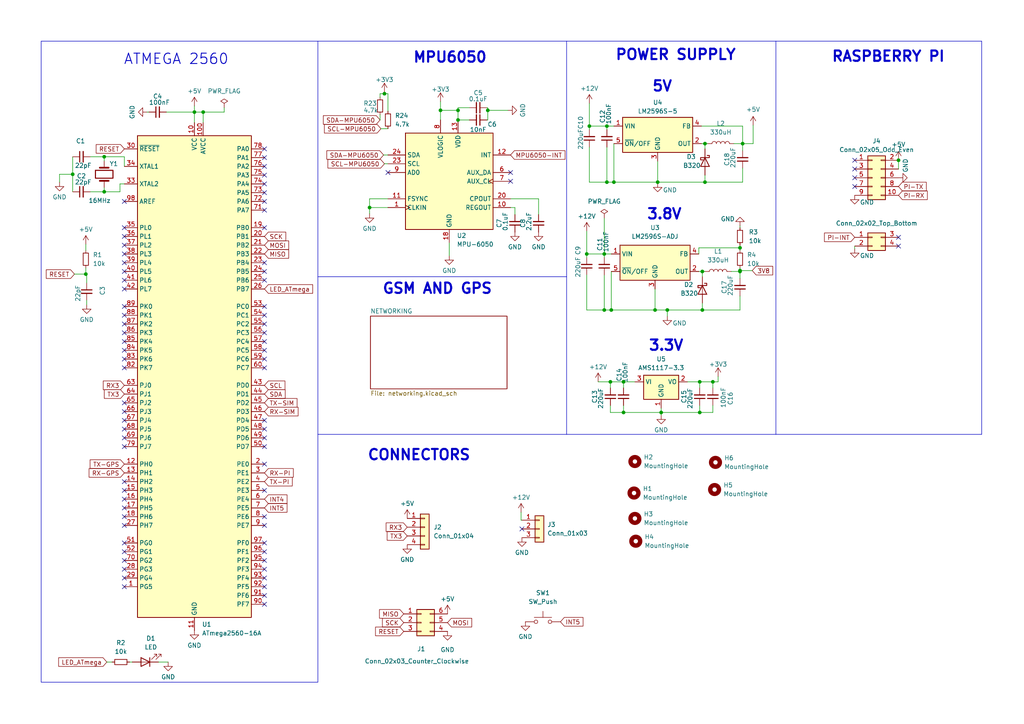
<source format=kicad_sch>
(kicad_sch (version 20230121) (generator eeschema)
  (paper "A4")
  (lib_symbols
    (symbol "Connector_Generic:Conn_01x03" (pin_names (offset 1.016) hide)
      (property "Reference" "J" (at 0 5.08 0))
      (property "Value" "Conn_01x03" (at 0 -5.08 0))
      (symbol "Conn_01x03_1_1"
        (pin passive line (at -5.08 2.54 0) (length 3.81) (name "Pin_1") (number "1"))
        (pin passive line (at -5.08 0 0) (length 3.81) (name "Pin_2") (number "2"))
        (pin passive line (at -5.08 -2.54 0) (length 3.81) (name "Pin_3") (number "3"))
      )
    )
    (symbol "Connector_Generic:Conn_01x04" (pin_names (offset 1.016) hide)
      (property "Reference" "J" (at 0 5.08 0))
      (property "Value" "Conn_01x04" (at 0 -7.62 0))
      (symbol "Conn_01x04_1_1"
        (pin passive line (at -5.08 2.54 0) (length 3.81) (name "Pin_1") (number "1"))
        (pin passive line (at -5.08 0 0) (length 3.81) (name "Pin_2") (number "2"))
        (pin passive line (at -5.08 -2.54 0) (length 3.81) (name "Pin_3") (number "3"))
        (pin passive line (at -5.08 -5.08 0) (length 3.81) (name "Pin_4") (number "4"))
      )
    )
    (symbol "Connector_Generic:Conn_02x02_Top_Bottom" (pin_names (offset 1.016) hide)
      (property "Reference" "J" (at 1.27 2.54 0))
      (property "Value" "Conn_02x02_Top_Bottom" (at 1.27 -5.08 0))
      (symbol "Conn_02x02_Top_Bottom_1_1"
        (pin passive line (at -5.08 0 0) (length 3.81) (name "Pin_1") (number "1"))
        (pin passive line (at -5.08 -2.54 0) (length 3.81) (name "Pin_2") (number "2"))
        (pin passive line (at 7.62 0 180) (length 3.81) (name "Pin_3") (number "3"))
        (pin passive line (at 7.62 -2.54 180) (length 3.81) (name "Pin_4") (number "4"))
      )
    )
    (symbol "Connector_Generic:Conn_02x03_Counter_Clockwise" (pin_names (offset 1.016) hide)
      (property "Reference" "J" (at 1.27 5.08 0))
      (property "Value" "Conn_02x03_Counter_Clockwise" (at 1.27 -5.08 0))
      (symbol "Conn_02x03_Counter_Clockwise_1_1"
        (pin passive line (at -5.08 2.54 0) (length 3.81) (name "Pin_1") (number "1"))
        (pin passive line (at -5.08 0 0) (length 3.81) (name "Pin_2") (number "2"))
        (pin passive line (at -5.08 -2.54 0) (length 3.81) (name "Pin_3") (number "3"))
        (pin passive line (at 7.62 -2.54 180) (length 3.81) (name "Pin_4") (number "4"))
        (pin passive line (at 7.62 0 180) (length 3.81) (name "Pin_5") (number "5"))
        (pin passive line (at 7.62 2.54 180) (length 3.81) (name "Pin_6") (number "6"))
      )
    )
    (symbol "Connector_Generic:Conn_02x05_Odd_Even" (pin_names (offset 1.016) hide)
      (property "Reference" "J" (at 1.27 7.62 0))
      (property "Value" "Conn_02x05_Odd_Even" (at 1.27 -7.62 0))
      (symbol "Conn_02x05_Odd_Even_1_1"
        (pin passive line (at -5.08 5.08 0) (length 3.81) (name "Pin_1") (number "1"))
        (pin passive line (at 7.62 -5.08 180) (length 3.81) (name "Pin_10") (number "10"))
        (pin passive line (at 7.62 5.08 180) (length 3.81) (name "Pin_2") (number "2"))
        (pin passive line (at -5.08 2.54 0) (length 3.81) (name "Pin_3") (number "3"))
        (pin passive line (at 7.62 2.54 180) (length 3.81) (name "Pin_4") (number "4"))
        (pin passive line (at -5.08 0 0) (length 3.81) (name "Pin_5") (number "5"))
        (pin passive line (at 7.62 0 180) (length 3.81) (name "Pin_6") (number "6"))
        (pin passive line (at -5.08 -2.54 0) (length 3.81) (name "Pin_7") (number "7"))
        (pin passive line (at 7.62 -2.54 180) (length 3.81) (name "Pin_8") (number "8"))
        (pin passive line (at -5.08 -5.08 0) (length 3.81) (name "Pin_9") (number "9"))
      )
    )
    (symbol "Device:C_Small" (pin_numbers hide) (pin_names (offset 0.254) hide)
      (property "Reference" "C" (at 0.254 1.778 0))
      (property "Value" "C_Small" (at 0.254 -2.032 0))
      (symbol "C_Small_1_1"
        (pin passive line (at 0 2.54 270) (length 2.032) (name "~") (number "1"))
        (pin passive line (at 0 -2.54 90) (length 2.032) (name "~") (number "2"))
      )
    )
    (symbol "Device:Crystal" (pin_numbers hide) (pin_names (offset 1.016) hide)
      (property "Reference" "Y" (at 0 3.81 0))
      (property "Value" "Crystal" (at 0 -3.81 0))
      (symbol "Crystal_1_1"
        (pin passive line (at -3.81 0 0) (length 1.27) (name "1") (number "1"))
        (pin passive line (at 3.81 0 180) (length 1.27) (name "2") (number "2"))
      )
    )
    (symbol "Device:L" (pin_numbers hide) (pin_names (offset 1.016) hide)
      (property "Reference" "L" (at -1.27 0 90))
      (property "Value" "L" (at 1.905 0 90))
      (symbol "L_1_1"
        (pin passive line (at 0 3.81 270) (length 1.27) (name "1") (number "1"))
        (pin passive line (at 0 -3.81 90) (length 1.27) (name "2") (number "2"))
      )
    )
    (symbol "Device:LED" (pin_numbers hide) (pin_names (offset 1.016) hide)
      (property "Reference" "D" (at 0 2.54 0))
      (property "Value" "LED" (at 0 -2.54 0))
      (symbol "LED_1_1"
        (pin passive line (at -3.81 0 0) (length 2.54) (name "K") (number "1"))
        (pin passive line (at 3.81 0 180) (length 2.54) (name "A") (number "2"))
      )
    )
    (symbol "Device:R_Small" (pin_numbers hide) (pin_names (offset 0.254) hide)
      (property "Reference" "R" (at 0.762 0.508 0))
      (property "Value" "R_Small" (at 0.762 -1.016 0))
      (symbol "R_Small_1_1"
        (pin passive line (at 0 2.54 270) (length 0.762) (name "~") (number "1"))
        (pin passive line (at 0 -2.54 90) (length 0.762) (name "~") (number "2"))
      )
    )
    (symbol "Diode:B320" (pin_numbers hide) (pin_names (offset 1.016) hide)
      (property "Reference" "D" (at 0 2.54 0))
      (property "Value" "B320" (at 0 -2.54 0))
      (symbol "B320_1_1"
        (pin passive line (at -3.81 0 0) (length 2.54) (name "K") (number "1"))
        (pin passive line (at 3.81 0 180) (length 2.54) (name "A") (number "2"))
      )
    )
    (symbol "MCU_Microchip_ATmega:ATmega2560-16A"
      (property "Reference" "U" (at 0 1.27 0))
      (property "Value" "ATmega2560-16A" (at 0 -1.27 0))
      (symbol "ATmega2560-16A_1_1"
        (pin bidirectional line (at -20.32 -60.96 0) (length 3.81) (name "PG5") (number "1"))
        (pin power_in line (at 0 73.66 270) (length 3.81) (name "VCC") (number "10"))
        (pin power_in line (at 2.54 73.66 270) (length 3.81) (name "AVCC") (number "100"))
        (pin power_in line (at 0 -73.66 90) (length 3.81) (name "GND") (number "11"))
        (pin bidirectional line (at -20.32 -25.4 0) (length 3.81) (name "PH0") (number "12"))
        (pin bidirectional line (at -20.32 -27.94 0) (length 3.81) (name "PH1") (number "13"))
        (pin bidirectional line (at -20.32 -30.48 0) (length 3.81) (name "PH2") (number "14"))
        (pin bidirectional line (at -20.32 -33.02 0) (length 3.81) (name "PH3") (number "15"))
        (pin bidirectional line (at -20.32 -35.56 0) (length 3.81) (name "PH4") (number "16"))
        (pin bidirectional line (at -20.32 -38.1 0) (length 3.81) (name "PH5") (number "17"))
        (pin bidirectional line (at -20.32 -40.64 0) (length 3.81) (name "PH6") (number "18"))
        (pin bidirectional line (at 20.32 43.18 180) (length 3.81) (name "PB0") (number "19"))
        (pin bidirectional line (at 20.32 -25.4 180) (length 3.81) (name "PE0") (number "2"))
        (pin bidirectional line (at 20.32 40.64 180) (length 3.81) (name "PB1") (number "20"))
        (pin bidirectional line (at 20.32 38.1 180) (length 3.81) (name "PB2") (number "21"))
        (pin bidirectional line (at 20.32 35.56 180) (length 3.81) (name "PB3") (number "22"))
        (pin bidirectional line (at 20.32 33.02 180) (length 3.81) (name "PB4") (number "23"))
        (pin bidirectional line (at 20.32 30.48 180) (length 3.81) (name "PB5") (number "24"))
        (pin bidirectional line (at 20.32 27.94 180) (length 3.81) (name "PB6") (number "25"))
        (pin bidirectional line (at 20.32 25.4 180) (length 3.81) (name "PB7") (number "26"))
        (pin bidirectional line (at -20.32 -43.18 0) (length 3.81) (name "PH7") (number "27"))
        (pin bidirectional line (at -20.32 -55.88 0) (length 3.81) (name "PG3") (number "28"))
        (pin bidirectional line (at -20.32 -58.42 0) (length 3.81) (name "PG4") (number "29"))
        (pin bidirectional line (at 20.32 -27.94 180) (length 3.81) (name "PE1") (number "3"))
        (pin input line (at -20.32 66.04 0) (length 3.81) (name "~{RESET}") (number "30"))
        (pin passive line (at 0 73.66 270) (length 3.81) hide (name "VCC") (number "31"))
        (pin passive line (at 0 -73.66 90) (length 3.81) hide (name "GND") (number "32"))
        (pin output line (at -20.32 55.88 0) (length 3.81) (name "XTAL2") (number "33"))
        (pin input line (at -20.32 60.96 0) (length 3.81) (name "XTAL1") (number "34"))
        (pin bidirectional line (at -20.32 43.18 0) (length 3.81) (name "PL0") (number "35"))
        (pin bidirectional line (at -20.32 40.64 0) (length 3.81) (name "PL1") (number "36"))
        (pin bidirectional line (at -20.32 38.1 0) (length 3.81) (name "PL2") (number "37"))
        (pin bidirectional line (at -20.32 35.56 0) (length 3.81) (name "PL3") (number "38"))
        (pin bidirectional line (at -20.32 33.02 0) (length 3.81) (name "PL4") (number "39"))
        (pin bidirectional line (at 20.32 -30.48 180) (length 3.81) (name "PE2") (number "4"))
        (pin bidirectional line (at -20.32 30.48 0) (length 3.81) (name "PL5") (number "40"))
        (pin bidirectional line (at -20.32 27.94 0) (length 3.81) (name "PL6") (number "41"))
        (pin bidirectional line (at -20.32 25.4 0) (length 3.81) (name "PL7") (number "42"))
        (pin bidirectional line (at 20.32 -2.54 180) (length 3.81) (name "PD0") (number "43"))
        (pin bidirectional line (at 20.32 -5.08 180) (length 3.81) (name "PD1") (number "44"))
        (pin bidirectional line (at 20.32 -7.62 180) (length 3.81) (name "PD2") (number "45"))
        (pin bidirectional line (at 20.32 -10.16 180) (length 3.81) (name "PD3") (number "46"))
        (pin bidirectional line (at 20.32 -12.7 180) (length 3.81) (name "PD4") (number "47"))
        (pin bidirectional line (at 20.32 -15.24 180) (length 3.81) (name "PD5") (number "48"))
        (pin bidirectional line (at 20.32 -17.78 180) (length 3.81) (name "PD6") (number "49"))
        (pin bidirectional line (at 20.32 -33.02 180) (length 3.81) (name "PE3") (number "5"))
        (pin bidirectional line (at 20.32 -20.32 180) (length 3.81) (name "PD7") (number "50"))
        (pin bidirectional line (at -20.32 -48.26 0) (length 3.81) (name "PG0") (number "51"))
        (pin bidirectional line (at -20.32 -50.8 0) (length 3.81) (name "PG1") (number "52"))
        (pin bidirectional line (at 20.32 20.32 180) (length 3.81) (name "PC0") (number "53"))
        (pin bidirectional line (at 20.32 17.78 180) (length 3.81) (name "PC1") (number "54"))
        (pin bidirectional line (at 20.32 15.24 180) (length 3.81) (name "PC2") (number "55"))
        (pin bidirectional line (at 20.32 12.7 180) (length 3.81) (name "PC3") (number "56"))
        (pin bidirectional line (at 20.32 10.16 180) (length 3.81) (name "PC4") (number "57"))
        (pin bidirectional line (at 20.32 7.62 180) (length 3.81) (name "PC5") (number "58"))
        (pin bidirectional line (at 20.32 5.08 180) (length 3.81) (name "PC6") (number "59"))
        (pin bidirectional line (at 20.32 -35.56 180) (length 3.81) (name "PE4") (number "6"))
        (pin bidirectional line (at 20.32 2.54 180) (length 3.81) (name "PC7") (number "60"))
        (pin passive line (at 0 73.66 270) (length 3.81) hide (name "VCC") (number "61"))
        (pin passive line (at 0 -73.66 90) (length 3.81) hide (name "GND") (number "62"))
        (pin bidirectional line (at -20.32 -2.54 0) (length 3.81) (name "PJ0") (number "63"))
        (pin bidirectional line (at -20.32 -5.08 0) (length 3.81) (name "PJ1") (number "64"))
        (pin bidirectional line (at -20.32 -7.62 0) (length 3.81) (name "PJ2") (number "65"))
        (pin bidirectional line (at -20.32 -10.16 0) (length 3.81) (name "PJ3") (number "66"))
        (pin bidirectional line (at -20.32 -12.7 0) (length 3.81) (name "PJ4") (number "67"))
        (pin bidirectional line (at -20.32 -15.24 0) (length 3.81) (name "PJ5") (number "68"))
        (pin bidirectional line (at -20.32 -17.78 0) (length 3.81) (name "PJ6") (number "69"))
        (pin bidirectional line (at 20.32 -38.1 180) (length 3.81) (name "PE5") (number "7"))
        (pin bidirectional line (at -20.32 -53.34 0) (length 3.81) (name "PG2") (number "70"))
        (pin bidirectional line (at 20.32 48.26 180) (length 3.81) (name "PA7") (number "71"))
        (pin bidirectional line (at 20.32 50.8 180) (length 3.81) (name "PA6") (number "72"))
        (pin bidirectional line (at 20.32 53.34 180) (length 3.81) (name "PA5") (number "73"))
        (pin bidirectional line (at 20.32 55.88 180) (length 3.81) (name "PA4") (number "74"))
        (pin bidirectional line (at 20.32 58.42 180) (length 3.81) (name "PA3") (number "75"))
        (pin bidirectional line (at 20.32 60.96 180) (length 3.81) (name "PA2") (number "76"))
        (pin bidirectional line (at 20.32 63.5 180) (length 3.81) (name "PA1") (number "77"))
        (pin bidirectional line (at 20.32 66.04 180) (length 3.81) (name "PA0") (number "78"))
        (pin bidirectional line (at -20.32 -20.32 0) (length 3.81) (name "PJ7") (number "79"))
        (pin bidirectional line (at 20.32 -40.64 180) (length 3.81) (name "PE6") (number "8"))
        (pin passive line (at 0 73.66 270) (length 3.81) hide (name "VCC") (number "80"))
        (pin passive line (at 0 -73.66 90) (length 3.81) hide (name "GND") (number "81"))
        (pin bidirectional line (at -20.32 2.54 0) (length 3.81) (name "PK7") (number "82"))
        (pin bidirectional line (at -20.32 5.08 0) (length 3.81) (name "PK6") (number "83"))
        (pin bidirectional line (at -20.32 7.62 0) (length 3.81) (name "PK5") (number "84"))
        (pin bidirectional line (at -20.32 10.16 0) (length 3.81) (name "PK4") (number "85"))
        (pin bidirectional line (at -20.32 12.7 0) (length 3.81) (name "PK3") (number "86"))
        (pin bidirectional line (at -20.32 15.24 0) (length 3.81) (name "PK2") (number "87"))
        (pin bidirectional line (at -20.32 17.78 0) (length 3.81) (name "PK1") (number "88"))
        (pin bidirectional line (at -20.32 20.32 0) (length 3.81) (name "PK0") (number "89"))
        (pin bidirectional line (at 20.32 -43.18 180) (length 3.81) (name "PE7") (number "9"))
        (pin bidirectional line (at 20.32 -66.04 180) (length 3.81) (name "PF7") (number "90"))
        (pin bidirectional line (at 20.32 -63.5 180) (length 3.81) (name "PF6") (number "91"))
        (pin bidirectional line (at 20.32 -60.96 180) (length 3.81) (name "PF5") (number "92"))
        (pin bidirectional line (at 20.32 -58.42 180) (length 3.81) (name "PF4") (number "93"))
        (pin bidirectional line (at 20.32 -55.88 180) (length 3.81) (name "PF3") (number "94"))
        (pin bidirectional line (at 20.32 -53.34 180) (length 3.81) (name "PF2") (number "95"))
        (pin bidirectional line (at 20.32 -50.8 180) (length 3.81) (name "PF1") (number "96"))
        (pin bidirectional line (at 20.32 -48.26 180) (length 3.81) (name "PF0") (number "97"))
        (pin passive line (at -20.32 50.8 0) (length 3.81) (name "AREF") (number "98"))
        (pin passive line (at 0 -73.66 90) (length 3.81) hide (name "GND") (number "99"))
      )
    )
    (symbol "Mechanical:MountingHole" (pin_names (offset 1.016))
      (property "Reference" "H" (at 0 5.08 0))
      (property "Value" "MountingHole" (at 0 3.175 0))
    )
    (symbol "Regulator_Linear:AMS1117-3.3"
      (property "Reference" "U" (at -3.81 3.175 0))
      (property "Value" "AMS1117-3.3" (at 0 3.175 0))
      (symbol "AMS1117-3.3_1_1"
        (pin power_in line (at 0 -7.62 90) (length 2.54) (name "GND") (number "1"))
        (pin power_out line (at 7.62 0 180) (length 2.54) (name "VO") (number "2"))
        (pin power_in line (at -7.62 0 0) (length 2.54) (name "VI") (number "3"))
      )
    )
    (symbol "Regulator_Switching:LM2596S-5"
      (property "Reference" "U" (at -10.16 6.35 0))
      (property "Value" "LM2596S-5" (at 0 6.35 0))
      (symbol "LM2596S-5_1_1"
        (pin power_in line (at -12.7 2.54 0) (length 2.54) (name "VIN") (number "1"))
        (pin output line (at 12.7 -2.54 180) (length 2.54) (name "OUT") (number "2"))
        (pin power_in line (at 0 -7.62 90) (length 2.54) (name "GND") (number "3"))
        (pin input line (at 12.7 2.54 180) (length 2.54) (name "FB") (number "4"))
        (pin input line (at -12.7 -2.54 0) (length 2.54) (name "~{ON}/OFF") (number "5"))
      )
    )
    (symbol "Regulator_Switching:LM2596S-ADJ"
      (property "Reference" "U" (at -10.16 6.35 0))
      (property "Value" "LM2596S-ADJ" (at 0 6.35 0))
      (symbol "LM2596S-ADJ_1_1"
        (pin power_in line (at -12.7 2.54 0) (length 2.54) (name "VIN") (number "1"))
        (pin output line (at 12.7 -2.54 180) (length 2.54) (name "OUT") (number "2"))
        (pin power_in line (at 0 -7.62 90) (length 2.54) (name "GND") (number "3"))
        (pin input line (at 12.7 2.54 180) (length 2.54) (name "FB") (number "4"))
        (pin input line (at -12.7 -2.54 0) (length 2.54) (name "~{ON}/OFF") (number "5"))
      )
    )
    (symbol "Sensor_Motion:MPU-6050"
      (property "Reference" "U" (at -11.43 13.97 0))
      (property "Value" "MPU-6050" (at 7.62 -15.24 0))
      (symbol "MPU-6050_0_0"
        (text "" (at 12.7 -2.54 0) (effects (font (size 1.27 1.27))))
      )
      (symbol "MPU-6050_1_1"
        (pin input clock (at -17.78 -7.62 0) (length 5.08) (name "CLKIN") (number "1"))
        (pin passive line (at 17.78 -7.62 180) (length 5.08) (name "REGOUT") (number "10"))
        (pin input line (at -17.78 -5.08 0) (length 5.08) (name "FSYNC") (number "11"))
        (pin output line (at 17.78 7.62 180) (length 5.08) (name "INT") (number "12"))
        (pin power_in line (at 2.54 17.78 270) (length 3.81) (name "VDD") (number "13"))
        (pin no_connect line (at -12.7 -10.16 0) (length 2.54) hide (name "NC") (number "14"))
        (pin no_connect line (at 12.7 12.7 180) (length 2.54) hide (name "NC") (number "15"))
        (pin no_connect line (at 12.7 10.16 180) (length 2.54) hide (name "NC") (number "16"))
        (pin no_connect line (at 12.7 5.08 180) (length 2.54) hide (name "NC") (number "17"))
        (pin power_in line (at 0 -17.78 90) (length 3.81) (name "GND") (number "18"))
        (pin no_connect line (at 12.7 -10.16 180) (length 2.54) hide (name "RESV") (number "19"))
        (pin no_connect line (at -12.7 12.7 0) (length 2.54) hide (name "NC") (number "2"))
        (pin passive line (at 17.78 -5.08 180) (length 5.08) (name "CPOUT") (number "20"))
        (pin no_connect line (at 12.7 -2.54 180) (length 2.54) hide (name "RESV") (number "21"))
        (pin no_connect line (at 12.7 -12.7 180) (length 2.54) hide (name "RESV") (number "22"))
        (pin input line (at -17.78 5.08 0) (length 5.08) (name "SCL") (number "23"))
        (pin bidirectional line (at -17.78 7.62 0) (length 5.08) (name "SDA") (number "24"))
        (pin no_connect line (at -12.7 10.16 0) (length 2.54) hide (name "NC") (number "3"))
        (pin no_connect line (at -12.7 0 0) (length 2.54) hide (name "NC") (number "4"))
        (pin no_connect line (at -12.7 -2.54 0) (length 2.54) hide (name "NC") (number "5"))
        (pin bidirectional line (at 17.78 2.54 180) (length 5.08) (name "AUX_DA") (number "6"))
        (pin output clock (at 17.78 0 180) (length 5.08) (name "AUX_CL") (number "7"))
        (pin power_in line (at -2.54 17.78 270) (length 3.81) (name "VLOGIC") (number "8"))
        (pin input line (at -17.78 2.54 0) (length 5.08) (name "AD0") (number "9"))
      )
    )
    (symbol "Switch:SW_Push" (pin_numbers hide) (pin_names (offset 1.016) hide)
      (property "Reference" "SW" (at 1.27 2.54 0))
      (property "Value" "SW_Push" (at 0 -1.524 0))
      (symbol "SW_Push_0_1"
        (pin passive line (at -5.08 0 0) (length 2.54) (name "1") (number "1"))
        (pin passive line (at 5.08 0 180) (length 2.54) (name "2") (number "2"))
      )
    )
    (symbol "power:+12V" (power) (pin_names (offset 0))
      (property "Value" "+12V" (at 0 3.556 0))
      (symbol "+12V_1_1"
        (pin power_in line (at 0 0 90) (length 0) hide (name "+12V") (number "1"))
      )
    )
    (symbol "power:+3V3" (power) (pin_names (offset 0))
      (property "Value" "+3V3" (at 0 3.556 0))
      (symbol "+3V3_1_1"
        (pin power_in line (at 0 0 90) (length 0) hide (name "+3V3") (number "1"))
      )
    )
    (symbol "power:+5V" (power) (pin_names (offset 0))
      (property "Value" "+5V" (at 0 3.556 0))
      (symbol "+5V_1_1"
        (pin power_in line (at 0 0 90) (length 0) hide (name "+5V") (number "1"))
      )
    )
    (symbol "power:GND" (power) (pin_names (offset 0))
      (property "Value" "GND" (at 0 -3.81 0))
      (symbol "GND_1_1"
        (pin power_in line (at 0 0 270) (length 0) hide (name "GND") (number "1"))
      )
    )
    (symbol "power:PWR_FLAG" (power) (pin_numbers hide) (pin_names (offset 0) hide)
      (property "Value" "PWR_FLAG" (at 0 3.81 0))
      (symbol "PWR_FLAG_0_0"
        (pin power_out line (at 0 0 90) (length 0) (name "pwr") (number "1"))
      )
    )
  )
  (junction (at 206.756 110.744))
  (junction (at 260.604 46.482))
  (junction (at 30.226 55.626))
  (junction (at 214.63 78.74))
  (junction (at 180.848 119.634))
  (junction (at 204.47 41.656))
  (junction (at 132.842 34.798))
  (junction (at 141.478 32.004))
  (junction (at 56.388 32.512))
  (junction (at 107.188 60.198))
  (junction (at 111.506 27.178))
  (junction (at 177.292 89.916))
  (junction (at 24.892 79.502))
  (junction (at 189.992 89.916))
  (junction (at 191.77 119.634))
  (junction (at 30.226 45.466))
  (junction (at 127.762 32.004))
  (junction (at 58.928 32.512))
  (junction (at 176.022 52.832))
  (junction (at 190.754 52.832))
  (junction (at 176.022 36.576))
  (junction (at 170.18 73.66))
  (junction (at 214.63 71.882))
  (junction (at 170.942 36.576))
  (junction (at 214.63 78.486))
  (junction (at 177.038 110.744))
  (junction (at 175.26 73.66))
  (junction (at 175.26 89.916))
  (junction (at 21.082 50.546))
  (junction (at 132.842 32.004))
  (junction (at 180.848 110.744))
  (junction (at 178.054 52.832))
  (junction (at 215.392 41.656))
  (junction (at 193.548 89.916))
  (junction (at 202.946 119.634))
  (junction (at 204.47 52.832))
  (junction (at 202.946 110.744))
  (junction (at 203.708 78.74))
  (junction (at 203.708 89.916))
  (no_connect (at 36.068 58.42))
  (no_connect (at 36.068 129.54))
  (no_connect (at 247.904 46.482))
  (no_connect (at 36.068 165.1))
  (no_connect (at 36.068 78.74))
  (no_connect (at 36.068 119.38))
  (no_connect (at 36.068 127))
  (no_connect (at 76.708 149.86))
  (no_connect (at 36.068 101.6))
  (no_connect (at 76.708 99.06))
  (no_connect (at 260.604 68.834))
  (no_connect (at 36.068 88.9))
  (no_connect (at 36.068 124.46))
  (no_connect (at 76.708 129.54))
  (no_connect (at 112.522 50.038))
  (no_connect (at 36.068 139.7))
  (no_connect (at 36.068 96.52))
  (no_connect (at 76.708 167.64))
  (no_connect (at 76.708 81.28))
  (no_connect (at 76.708 66.04))
  (no_connect (at 36.068 76.2))
  (no_connect (at 76.708 172.72))
  (no_connect (at 76.708 165.1))
  (no_connect (at 36.068 104.14))
  (no_connect (at 36.068 91.44))
  (no_connect (at 36.068 167.64))
  (no_connect (at 247.904 49.022))
  (no_connect (at 76.708 134.62))
  (no_connect (at 76.708 53.34))
  (no_connect (at 76.708 43.18))
  (no_connect (at 76.708 170.18))
  (no_connect (at 36.068 144.78))
  (no_connect (at 148.082 52.578))
  (no_connect (at 76.708 101.6))
  (no_connect (at 151.384 153.416))
  (no_connect (at 36.068 142.24))
  (no_connect (at 76.708 106.68))
  (no_connect (at 36.068 157.48))
  (no_connect (at 36.068 147.32))
  (no_connect (at 76.708 91.44))
  (no_connect (at 36.068 99.06))
  (no_connect (at 36.068 68.58))
  (no_connect (at 36.068 116.84))
  (no_connect (at 36.068 121.92))
  (no_connect (at 76.708 58.42))
  (no_connect (at 247.904 54.102))
  (no_connect (at 76.708 78.74))
  (no_connect (at 36.068 81.28))
  (no_connect (at 36.068 71.12))
  (no_connect (at 76.708 88.9))
  (no_connect (at 76.708 93.98))
  (no_connect (at 148.082 50.038))
  (no_connect (at 260.604 71.374))
  (no_connect (at 36.068 170.18))
  (no_connect (at 76.708 76.2))
  (no_connect (at 247.904 51.562))
  (no_connect (at 36.068 106.68))
  (no_connect (at 36.068 160.02))
  (no_connect (at 36.068 149.86))
  (no_connect (at 76.708 160.02))
  (no_connect (at 76.708 157.48))
  (no_connect (at 76.708 104.14))
  (no_connect (at 36.068 83.82))
  (no_connect (at 76.708 96.52))
  (no_connect (at 36.068 73.66))
  (no_connect (at 36.068 66.04))
  (no_connect (at 76.708 152.4))
  (no_connect (at 76.708 142.24))
  (no_connect (at 76.708 124.46))
  (no_connect (at 36.068 152.4))
  (no_connect (at 76.708 175.26))
  (no_connect (at 76.708 162.56))
  (no_connect (at 76.708 55.88))
  (no_connect (at 76.708 50.8))
  (no_connect (at 76.708 127))
  (no_connect (at 36.068 93.98))
  (no_connect (at 76.708 121.92))
  (no_connect (at 36.068 162.56))
  (no_connect (at 76.708 45.72))
  (no_connect (at 76.708 60.96))
  (no_connect (at 76.708 48.26))
  (wire (pts (xy 24.892 70.866) (xy 24.892 72.644)))
  (wire (pts (xy 191.77 118.364) (xy 191.77 119.634)))
  (wire (pts (xy 36.068 45.466) (xy 30.226 45.466)))
  (wire (pts (xy 170.942 52.832) (xy 176.022 52.832)))
  (wire (pts (xy 175.26 63.246) (xy 175.26 73.66)))
  (wire (pts (xy 21.082 45.466) (xy 21.082 50.546)))
  (wire (pts (xy 203.708 80.264) (xy 203.708 78.74)))
  (wire (pts (xy 206.756 119.634) (xy 206.756 117.602)))
  (wire (pts (xy 21.082 50.546) (xy 21.082 55.626)))
  (wire (pts (xy 151.13 148.59) (xy 151.13 150.876)))
  (wire (pts (xy 202.692 73.66) (xy 202.692 71.882)))
  (wire (pts (xy 110.236 27.178) (xy 110.236 28.194)))
  (wire (pts (xy 130.302 74.168) (xy 130.302 70.358)))
  (polyline (pts (xy 284.734 11.938) (xy 225.044 11.938)))
  (wire (pts (xy 136.144 34.798) (xy 132.842 34.798)))
  (wire (pts (xy 204.47 43.18) (xy 204.47 41.656)))
  (wire (pts (xy 193.548 91.694) (xy 193.548 89.916)))
  (wire (pts (xy 176.022 36.576) (xy 178.054 36.576)))
  (wire (pts (xy 141.478 31.242) (xy 141.478 32.004)))
  (wire (pts (xy 141.224 31.242) (xy 141.478 31.242)))
  (wire (pts (xy 218.44 41.656) (xy 215.392 41.656)))
  (wire (pts (xy 193.548 89.916) (xy 203.708 89.916)))
  (wire (pts (xy 202.946 110.744) (xy 199.39 110.744)))
  (wire (pts (xy 176.022 42.672) (xy 176.022 52.832)))
  (wire (pts (xy 25.146 87.122) (xy 25.146 88.392)))
  (wire (pts (xy 175.26 89.916) (xy 177.292 89.916)))
  (wire (pts (xy 208.28 110.744) (xy 206.756 110.744)))
  (wire (pts (xy 191.77 120.396) (xy 191.77 119.634)))
  (wire (pts (xy 58.928 35.56) (xy 58.928 32.512)))
  (wire (pts (xy 132.842 32.004) (xy 132.842 34.798)))
  (wire (pts (xy 43.18 32.512) (xy 42.672 32.512)))
  (wire (pts (xy 177.038 110.744) (xy 180.848 110.744)))
  (wire (pts (xy 214.63 71.12) (xy 214.63 71.882)))
  (wire (pts (xy 170.18 73.66) (xy 175.26 73.66)))
  (wire (pts (xy 141.478 34.798) (xy 141.478 32.004)))
  (wire (pts (xy 170.18 79.756) (xy 170.18 89.916)))
  (wire (pts (xy 214.63 78.486) (xy 214.63 78.74)))
  (wire (pts (xy 203.708 78.74) (xy 202.692 78.74)))
  (wire (pts (xy 141.478 32.004) (xy 147.32 32.004)))
  (wire (pts (xy 176.022 36.576) (xy 176.022 37.592)))
  (wire (pts (xy 176.022 52.832) (xy 178.054 52.832)))
  (wire (pts (xy 110.236 33.274) (xy 110.236 34.798)))
  (wire (pts (xy 111.506 47.498) (xy 112.522 47.498)))
  (wire (pts (xy 175.26 73.66) (xy 175.26 74.676)))
  (wire (pts (xy 218.44 36.322) (xy 218.44 41.656)))
  (polyline (pts (xy 164.338 125.984) (xy 225.044 125.984)))
  (wire (pts (xy 149.352 60.198) (xy 148.082 60.198)))
  (wire (pts (xy 177.292 78.74) (xy 177.292 89.916)))
  (wire (pts (xy 141.478 34.798) (xy 141.224 34.798)))
  (wire (pts (xy 58.928 32.512) (xy 56.388 32.512)))
  (wire (pts (xy 170.942 36.576) (xy 176.022 36.576)))
  (wire (pts (xy 178.054 52.832) (xy 190.754 52.832)))
  (wire (pts (xy 214.63 65.532) (xy 214.63 66.04)))
  (wire (pts (xy 65.024 32.512) (xy 58.928 32.512)))
  (wire (pts (xy 191.77 119.634) (xy 202.946 119.634)))
  (wire (pts (xy 203.708 87.884) (xy 203.708 89.916)))
  (wire (pts (xy 202.946 119.634) (xy 206.756 119.634)))
  (wire (pts (xy 127.762 34.798) (xy 127.762 32.004)))
  (wire (pts (xy 149.352 60.198) (xy 149.352 62.23)))
  (wire (pts (xy 151.13 150.876) (xy 151.384 150.876)))
  (wire (pts (xy 112.522 32.258) (xy 112.522 27.178)))
  (wire (pts (xy 208.28 109.22) (xy 208.28 110.744)))
  (wire (pts (xy 215.392 48.768) (xy 215.392 52.832)))
  (wire (pts (xy 136.144 31.242) (xy 132.842 31.242)))
  (wire (pts (xy 202.946 112.522) (xy 202.946 110.744)))
  (wire (pts (xy 107.188 60.198) (xy 112.522 60.198)))
  (wire (pts (xy 177.038 110.744) (xy 173.482 110.744)))
  (wire (pts (xy 214.63 80.772) (xy 214.63 78.74)))
  (wire (pts (xy 111.506 27.178) (xy 110.236 27.178)))
  (polyline (pts (xy 225.044 125.984) (xy 225.044 11.938)))
  (wire (pts (xy 24.892 77.724) (xy 24.892 79.502)))
  (wire (pts (xy 17.272 50.546) (xy 21.082 50.546)))
  (wire (pts (xy 189.992 83.82) (xy 189.992 89.916)))
  (wire (pts (xy 107.188 60.198) (xy 107.188 57.658)))
  (wire (pts (xy 218.186 78.486) (xy 214.63 78.486)))
  (wire (pts (xy 48.768 192.024) (xy 45.974 192.024)))
  (wire (pts (xy 180.848 119.634) (xy 191.77 119.634)))
  (wire (pts (xy 56.388 32.512) (xy 56.388 35.56)))
  (wire (pts (xy 204.47 50.8) (xy 204.47 52.832)))
  (wire (pts (xy 25.146 79.502) (xy 24.892 79.502)))
  (wire (pts (xy 65.024 31.242) (xy 65.024 32.512)))
  (polyline (pts (xy 92.202 11.938) (xy 164.338 11.938)))
  (polyline (pts (xy 92.202 80.264) (xy 164.338 80.264)))
  (wire (pts (xy 156.21 57.658) (xy 156.21 62.23)))
  (wire (pts (xy 180.848 110.744) (xy 184.15 110.744)))
  (wire (pts (xy 170.18 67.056) (xy 170.18 73.66)))
  (wire (pts (xy 26.162 45.466) (xy 30.226 45.466)))
  (wire (pts (xy 206.756 112.522) (xy 206.756 110.744)))
  (wire (pts (xy 132.842 31.242) (xy 132.842 32.004)))
  (wire (pts (xy 204.47 78.74) (xy 203.708 78.74)))
  (wire (pts (xy 148.082 57.658) (xy 156.21 57.658)))
  (wire (pts (xy 111.252 44.958) (xy 112.522 44.958)))
  (wire (pts (xy 215.392 43.688) (xy 215.392 41.656)))
  (wire (pts (xy 48.26 32.512) (xy 56.388 32.512)))
  (wire (pts (xy 34.798 55.626) (xy 30.226 55.626)))
  (wire (pts (xy 110.49 37.338) (xy 112.522 37.338)))
  (wire (pts (xy 215.392 41.656) (xy 212.852 41.656)))
  (wire (pts (xy 17.272 52.832) (xy 17.272 50.546)))
  (wire (pts (xy 107.188 61.976) (xy 107.188 60.198)))
  (wire (pts (xy 214.63 78.74) (xy 212.09 78.74)))
  (polyline (pts (xy 225.044 125.984) (xy 284.734 125.984)))
  (polyline (pts (xy 284.734 125.984) (xy 284.734 11.938)))
  (wire (pts (xy 180.848 112.522) (xy 180.848 110.744)))
  (wire (pts (xy 214.63 77.724) (xy 214.63 78.486)))
  (wire (pts (xy 175.26 73.66) (xy 177.292 73.66)))
  (wire (pts (xy 32.512 192.024) (xy 30.988 192.024)))
  (wire (pts (xy 36.068 53.34) (xy 34.798 53.34)))
  (wire (pts (xy 170.18 89.916) (xy 175.26 89.916)))
  (wire (pts (xy 38.354 192.024) (xy 37.592 192.024)))
  (wire (pts (xy 202.946 117.602) (xy 202.946 119.634)))
  (wire (pts (xy 190.754 53.086) (xy 190.754 52.832)))
  (wire (pts (xy 180.848 117.602) (xy 180.848 119.634)))
  (wire (pts (xy 214.63 71.882) (xy 214.63 72.644)))
  (wire (pts (xy 127.762 32.004) (xy 132.842 32.004)))
  (wire (pts (xy 30.226 45.466) (xy 30.226 46.736)))
  (wire (pts (xy 24.892 79.502) (xy 21.59 79.502)))
  (wire (pts (xy 177.038 117.602) (xy 177.038 119.634)))
  (wire (pts (xy 203.708 89.916) (xy 214.63 89.916)))
  (wire (pts (xy 215.392 36.576) (xy 215.392 41.656)))
  (wire (pts (xy 36.068 48.26) (xy 36.068 45.466)))
  (wire (pts (xy 170.942 29.972) (xy 170.942 36.576)))
  (wire (pts (xy 25.146 82.042) (xy 25.146 79.502)))
  (wire (pts (xy 202.692 71.882) (xy 214.63 71.882)))
  (wire (pts (xy 203.454 36.576) (xy 215.392 36.576)))
  (wire (pts (xy 260.604 46.482) (xy 260.604 49.022)))
  (wire (pts (xy 56.388 32.512) (xy 56.388 30.734)))
  (wire (pts (xy 204.47 41.656) (xy 203.454 41.656)))
  (wire (pts (xy 111.506 26.67) (xy 111.506 27.178)))
  (wire (pts (xy 26.162 55.626) (xy 30.226 55.626)))
  (polyline (pts (xy 164.338 80.264) (xy 164.338 125.984)))
  (wire (pts (xy 178.054 41.656) (xy 178.054 52.832)))
  (wire (pts (xy 204.47 52.832) (xy 215.392 52.832)))
  (wire (pts (xy 34.798 53.34) (xy 34.798 55.626)))
  (wire (pts (xy 170.942 37.592) (xy 170.942 36.576)))
  (wire (pts (xy 170.18 74.676) (xy 170.18 73.66)))
  (wire (pts (xy 190.754 52.832) (xy 204.47 52.832)))
  (wire (pts (xy 127.762 29.464) (xy 127.762 32.004)))
  (wire (pts (xy 170.942 42.672) (xy 170.942 52.832)))
  (polyline (pts (xy 225.044 11.938) (xy 164.338 11.938)))
  (wire (pts (xy 190.754 46.736) (xy 190.754 52.832)))
  (wire (pts (xy 247.904 72.136) (xy 247.904 71.374)))
  (wire (pts (xy 177.038 119.634) (xy 180.848 119.634)))
  (wire (pts (xy 177.038 112.522) (xy 177.038 110.744)))
  (polyline (pts (xy 164.338 80.264) (xy 164.338 11.938)))
  (wire (pts (xy 30.226 54.356) (xy 30.226 55.626)))
  (wire (pts (xy 112.522 27.178) (xy 111.506 27.178)))
  (wire (pts (xy 205.232 41.656) (xy 204.47 41.656)))
  (wire (pts (xy 202.946 110.744) (xy 206.756 110.744)))
  (wire (pts (xy 193.548 89.916) (xy 189.992 89.916)))
  (wire (pts (xy 214.63 85.852) (xy 214.63 89.916)))
  (wire (pts (xy 107.188 57.658) (xy 112.522 57.658)))
  (wire (pts (xy 189.992 89.916) (xy 177.292 89.916)))
  (wire (pts (xy 175.26 79.756) (xy 175.26 89.916)))
  (polyline (pts (xy 92.202 125.984) (xy 164.338 125.984)))
  (rectangle (start 11.938 11.938) (end 92.202 197.866))
  (text "MPU6050" (at 119.634 18.542 0) (effects (font (size 3 3) bold) (justify left bottom)))
  (text "CONNECTORS" (at 106.426 133.858 0) (effects (font (size 3 3) bold) (justify left bottom)))
  (text "3.8V" (at 187.452 64.008 0) (effects (font (size 3 3) bold) (justify left bottom)))
  (text "GSM AND GPS" (at 110.744 85.598 0) (effects (font (size 3 3) bold) (justify left bottom)))
  (text "ATMEGA 2560" (at 35.814 19.05 0) (effects (font (size 3 3) (thickness 0.254) bold) (justify left bottom)))
  (text "3.3V" (at 187.96 102.108 0) (effects (font (size 3 3) bold) (justify left bottom)))
  (text "RASPBERRY PI" (at 241.046 18.288 0) (effects (font (size 3 3) bold) (justify left bottom)))
  (text "POWER SUPPLY" (at 178.308 17.78 0) (effects (font (size 3 3) bold) (justify left bottom)))
  (text "5V" (at 188.976 26.924 0) (effects (font (size 3 3) bold) (justify left bottom)))
  (global_label "SCK" (shape input) (at 76.708 68.58 0) (property "Intersheetrefs" "${INTERSHEET_REFS}" (effects hide)))
  (global_label "SDA-MPU6050" (shape input) (at 111.252 44.958 180) (property "Intersheetrefs" "${INTERSHEET_REFS}" (effects hide)))
  (global_label "SCL-MPU6050" (shape input) (at 111.506 47.498 180) (property "Intersheetrefs" "${INTERSHEET_REFS}" (effects hide)))
  (global_label "SCK" (shape input) (at 117.094 180.594 180) (property "Intersheetrefs" "${INTERSHEET_REFS}" (effects hide)))
  (global_label "MPU6050-INT" (shape input) (at 148.082 44.958 0) (property "Intersheetrefs" "${INTERSHEET_REFS}" (effects hide)))
  (global_label "RX-GPS" (shape input) (at 36.068 137.16 180) (property "Intersheetrefs" "${INTERSHEET_REFS}" (effects hide)))
  (global_label "INT4" (shape input) (at 76.708 144.78 0) (property "Intersheetrefs" "${INTERSHEET_REFS}" (effects hide)))
  (global_label "RX3" (shape input) (at 36.068 111.76 180) (property "Intersheetrefs" "${INTERSHEET_REFS}" (effects hide)))
  (global_label "RX3" (shape input) (at 118.11 152.908 180) (property "Intersheetrefs" "${INTERSHEET_REFS}" (effects hide)))
  (global_label "RX-PI" (shape input) (at 76.708 137.16 0) (property "Intersheetrefs" "${INTERSHEET_REFS}" (effects hide)))
  (global_label "SDA" (shape input) (at 76.708 114.3 0) (property "Intersheetrefs" "${INTERSHEET_REFS}" (effects hide)))
  (global_label "MISO" (shape input) (at 117.094 178.054 180) (property "Intersheetrefs" "${INTERSHEET_REFS}" (effects hide)))
  (global_label "SCL" (shape input) (at 76.708 111.76 0) (property "Intersheetrefs" "${INTERSHEET_REFS}" (effects hide)))
  (global_label "SDA-MPU6050" (shape input) (at 110.236 34.798 180) (property "Intersheetrefs" "${INTERSHEET_REFS}" (effects hide)))
  (global_label "RESET" (shape input) (at 117.094 183.134 180) (property "Intersheetrefs" "${INTERSHEET_REFS}" (effects hide)))
  (global_label "INT5" (shape input) (at 76.708 147.32 0) (property "Intersheetrefs" "${INTERSHEET_REFS}" (effects hide)))
  (global_label "TX3" (shape input) (at 36.068 114.3 180) (property "Intersheetrefs" "${INTERSHEET_REFS}" (effects hide)))
  (global_label "3V8" (shape input) (at 218.186 78.486 0) (property "Intersheetrefs" "${INTERSHEET_REFS}" (effects hide)))
  (global_label "PI-RX" (shape input) (at 260.604 56.642 0) (property "Intersheetrefs" "${INTERSHEET_REFS}" (effects hide)))
  (global_label "INT5" (shape input) (at 162.56 180.34 0) (property "Intersheetrefs" "${INTERSHEET_REFS}" (effects hide)))
  (global_label "MOSI" (shape input) (at 76.708 71.12 0) (property "Intersheetrefs" "${INTERSHEET_REFS}" (effects hide)))
  (global_label "LED_ATmega" (shape input) (at 76.708 83.82 0) (property "Intersheetrefs" "${INTERSHEET_REFS}" (effects hide)))
  (global_label "LED_ATmega" (shape input) (at 30.988 192.024 180) (property "Intersheetrefs" "${INTERSHEET_REFS}" (effects hide)))
  (global_label "MOSI" (shape input) (at 129.794 180.594 0) (property "Intersheetrefs" "${INTERSHEET_REFS}" (effects hide)))
  (global_label "PI-TX" (shape input) (at 260.604 54.102 0) (property "Intersheetrefs" "${INTERSHEET_REFS}" (effects hide)))
  (global_label "RESET" (shape input) (at 21.59 79.502 180) (property "Intersheetrefs" "${INTERSHEET_REFS}" (effects hide)))
  (global_label "SCL-MPU6050" (shape input) (at 110.49 37.338 180) (property "Intersheetrefs" "${INTERSHEET_REFS}" (effects hide)))
  (global_label "TX-GPS" (shape input) (at 36.068 134.62 180) (property "Intersheetrefs" "${INTERSHEET_REFS}" (effects hide)))
  (global_label "TX-PI" (shape input) (at 76.708 139.7 0) (property "Intersheetrefs" "${INTERSHEET_REFS}" (effects hide)))
  (global_label "MISO" (shape input) (at 76.708 73.66 0) (property "Intersheetrefs" "${INTERSHEET_REFS}" (effects hide)))
  (global_label "RX-SIM" (shape input) (at 76.708 119.38 0) (property "Intersheetrefs" "${INTERSHEET_REFS}" (effects hide)))
  (global_label "RESET" (shape input) (at 36.068 43.18 180) (property "Intersheetrefs" "${INTERSHEET_REFS}" (effects hide)))
  (global_label "TX3" (shape input) (at 118.11 155.448 180) (property "Intersheetrefs" "${INTERSHEET_REFS}" (effects hide)))
  (global_label "PI-INT" (shape input) (at 247.904 68.834 180) (property "Intersheetrefs" "${INTERSHEET_REFS}" (effects hide)))
  (global_label "TX-SIM" (shape input) (at 76.708 116.84 0) (property "Intersheetrefs" "${INTERSHEET_REFS}" (effects hide)))
  (symbol (lib_id "power:GND") (at 214.63 65.532 180) (unit 1)
    (property "Reference" "#PWR028" (effects hide))
    (property "Value" "GND" (at 211.074 63.5 0))
  )
  (symbol (lib_id "Mechanical:MountingHole") (at 184.15 133.858 0) (unit 1)
    (property "Reference" "H2" (at 186.69 132.588 0) (effects (justify left)))
    (property "Value" "MountingHole" (at 186.69 135.128 0) (effects (justify left)))
    (property "Footprint" "MountingHole:MountingHole_3.2mm_M3" (effects hide))
  )
  (symbol (lib_id "Mechanical:MountingHole") (at 183.896 143.002 0) (unit 1)
    (property "Reference" "H1" (at 186.436 141.732 0) (effects (justify left)))
    (property "Value" "MountingHole" (at 186.436 144.272 0) (effects (justify left)))
    (property "Footprint" "MountingHole:MountingHole_3.2mm_M3" (effects hide))
  )
  (symbol (lib_id "Connector_Generic:Conn_01x04") (at 123.19 152.908 0) (unit 1)
    (property "Reference" "J2" (at 125.73 152.908 0) (effects (justify left)))
    (property "Value" "Conn_01x04" (at 125.73 155.448 0) (effects (justify left)))
    (property "Footprint" "Connector_PinHeader_2.54mm:PinHeader_1x04_P2.54mm_Vertical" (effects hide))
  )
  (symbol (lib_id "power:GND") (at 25.146 88.392 0) (unit 1)
    (property "Reference" "#PWR03" (effects hide))
    (property "Value" "GND" (at 25.146 92.71 0))
  )
  (symbol (lib_id "Mechanical:MountingHole") (at 207.518 134.112 0) (unit 1)
    (property "Reference" "H6" (at 210.058 132.842 0) (effects (justify left)))
    (property "Value" "MountingHole" (at 210.058 135.382 0) (effects (justify left)))
    (property "Footprint" "MountingHole:MountingHole_3.2mm_M3" (effects hide))
  )
  (symbol (lib_id "power:GND") (at 190.754 53.086 0) (unit 1)
    (property "Reference" "#PWR024" (effects hide))
    (property "Value" "GND" (at 194.31 55.118 0))
  )
  (symbol (lib_id "power:GND") (at 247.904 56.642 0) (unit 1)
    (property "Reference" "#PWR030" (effects hide))
    (property "Value" "GND" (at 251.46 58.674 0))
  )
  (symbol (lib_id "power:+5V") (at 129.794 178.054 0) (unit 1)
    (property "Reference" "#PWR012" (effects hide))
    (property "Value" "+5V" (at 129.794 173.736 0))
  )
  (symbol (lib_id "Device:C_Small") (at 23.622 45.466 90) (unit 1)
    (property "Reference" "C1" (at 23.368 40.894 90))
    (property "Value" "22pF" (at 24.13 48.006 90))
    (property "Footprint" "Capacitor_SMD:C_0402_1005Metric" (effects hide))
  )
  (symbol (lib_id "power:PWR_FLAG") (at 65.024 31.242 0) (unit 1)
    (property "Reference" "#FLG06" (effects hide))
    (property "Value" "PWR_FLAG" (at 65.024 26.416 0))
  )
  (symbol (lib_id "power:GND") (at 191.77 120.396 0) (unit 1)
    (property "Reference" "#PWR025" (effects hide))
    (property "Value" "GND" (at 191.77 124.714 0))
  )
  (symbol (lib_id "Device:R_Small") (at 214.63 75.184 0) (unit 1)
    (property "Reference" "R4" (at 216.662 73.914 0) (effects (justify left)))
    (property "Value" "10k" (at 216.662 76.454 0) (effects (justify left)))
    (property "Footprint" "Resistor_SMD:R_0402_1005Metric" (effects hide))
  )
  (symbol (lib_id "Device:C_Small") (at 206.756 115.062 180) (unit 1)
    (property "Reference" "C16" (at 211.836 115.57 90))
    (property "Value" "100nF" (at 209.804 115.316 90))
    (property "Footprint" "Capacitor_SMD:C_0402_1005Metric" (effects hide))
  )
  (symbol (lib_id "power:+5V") (at 218.44 36.322 0) (unit 1)
    (property "Reference" "#PWR029" (effects hide))
    (property "Value" "+5V" (at 218.44 31.75 0))
  )
  (symbol (lib_id "Device:L") (at 208.28 78.74 90) (unit 1)
    (property "Reference" "L1" (at 208.28 72.898 90))
    (property "Value" "330uH" (at 208.28 75.438 90))
    (property "Footprint" "Inductor_SMD:L_0805_2012Metric" (effects hide))
  )
  (symbol (lib_id "Connector_Generic:Conn_02x03_Counter_Clockwise") (at 122.174 180.594 0) (unit 1)
    (property "Reference" "J1" (at 122.174 188.214 0))
    (property "Value" "Conn_02x03_Counter_Clockwise" (at 120.904 191.77 0))
    (property "Footprint" "Connector_PinHeader_2.54mm:PinHeader_2x03_P2.54mm_Vertical" (effects hide))
  )
  (symbol (lib_id "Sensor_Motion:MPU-6050") (at 130.302 52.578 0) (unit 1)
    (property "Reference" "U2" (at 132.4961 68.326 0) (effects (justify left)))
    (property "Value" "MPU-6050" (at 132.4961 70.866 0) (effects (justify left)))
    (property "Footprint" "Sensor_Motion:InvenSense_QFN-24_4x4mm_P0.5mm" (effects hide))
    (property "Datasheet" "https://invensense.tdk.com/wp-content/uploads/2015/02/MPU-6000-Datasheet1.pdf" (effects hide))
  )
  (symbol (lib_id "Device:C_Small") (at 202.946 115.062 180) (unit 1)
    (property "Reference" "C15" (at 198.374 115.062 90))
    (property "Value" "220uF" (at 200.152 115.57 90))
    (property "Footprint" "Capacitor_SMD:C_1812_4532Metric" (effects hide))
  )
  (symbol (lib_id "Device:R_Small") (at 214.63 68.58 0) (unit 1)
    (property "Reference" "R3" (at 217.17 67.31 0) (effects (justify left)))
    (property "Value" "10k" (at 217.17 69.85 0) (effects (justify left)))
    (property "Footprint" "Resistor_SMD:R_0402_1005Metric" (effects hide))
  )
  (symbol (lib_id "MCU_Microchip_ATmega:ATmega2560-16A") (at 56.388 109.22 0) (unit 1)
    (property "Reference" "U1" (at 58.5821 181.102 0) (effects (justify left)))
    (property "Value" "ATmega2560-16A" (at 58.5821 183.642 0) (effects (justify left)))
    (property "Footprint" "Package_QFP:TQFP-100_14x14mm_P0.5mm" (effects hide))
    (property "Datasheet" "http://ww1.microchip.com/downloads/en/DeviceDoc/Atmel-2549-8-bit-AVR-Microcontroller-ATmega640-1280-1281-2560-2561_datasheet.pdf" (effects hide))
  )
  (symbol (lib_id "Device:C_Small") (at 170.942 40.132 180) (unit 1)
    (property "Reference" "C10" (at 168.402 35.56 90))
    (property "Value" "220uF" (at 168.402 40.386 90))
    (property "Footprint" "Capacitor_SMD:C_1812_4532Metric" (effects hide))
  )
  (symbol (lib_id "power:GND") (at 193.548 91.694 0) (unit 1)
    (property "Reference" "#PWR026" (effects hide))
    (property "Value" "GND" (at 197.104 93.726 0))
  )
  (symbol (lib_id "Device:C_Small") (at 175.26 77.216 180) (unit 1)
    (property "Reference" "C11" (at 173.99 70.866 90))
    (property "Value" "100nF" (at 175.768 70.104 90))
    (property "Footprint" "Capacitor_SMD:C_0402_1005Metric" (effects hide))
  )
  (symbol (lib_id "power:GND") (at 260.604 51.562 90) (unit 1)
    (property "Reference" "#PWR067" (effects hide))
    (property "Value" "GND" (at 262.636 48.006 0))
  )
  (symbol (lib_id "Device:C_Small") (at 215.392 46.228 180) (unit 1)
    (property "Reference" "C18" (at 210.82 46.228 90))
    (property "Value" "220uF" (at 212.598 45.72 90))
    (property "Footprint" "Capacitor_SMD:C_1812_4532Metric" (effects hide))
  )
  (symbol (lib_id "Mechanical:MountingHole") (at 184.15 150.368 0) (unit 1)
    (property "Reference" "H3" (at 186.69 149.098 0) (effects (justify left)))
    (property "Value" "MountingHole" (at 186.69 151.638 0) (effects (justify left)))
    (property "Footprint" "MountingHole:MountingHole_3.2mm_M3" (effects hide))
  )
  (symbol (lib_id "power:+5V") (at 24.892 70.866 0) (unit 1)
    (property "Reference" "#PWR02" (effects hide))
    (property "Value" "+5V" (at 24.892 66.548 0))
  )
  (symbol (lib_id "power:GND") (at 156.21 67.31 0) (unit 1)
    (property "Reference" "#PWR020" (effects hide))
    (property "Value" "GND" (at 156.21 71.628 0))
  )
  (symbol (lib_id "Device:Crystal") (at 30.226 50.546 90) (unit 1)
    (property "Reference" "Y1" (at 31.75 47.498 90) (effects (justify right)))
    (property "Value" "16MHz" (at 25.654 58.166 90) (effects (justify right)))
    (property "Footprint" "Crystal:Crystal_SMD_7050-2Pin_7.0x5.0mm" (effects hide))
  )
  (symbol (lib_id "power:GND") (at 152.4 180.34 0) (unit 1)
    (property "Reference" "#PWR019" (effects hide))
    (property "Value" "GND" (at 152.4 184.658 0))
  )
  (symbol (lib_id "power:GND") (at 17.272 52.832 0) (unit 1)
    (property "Reference" "#PWR01" (effects hide))
    (property "Value" "GND" (at 17.272 57.15 0))
  )
  (symbol (lib_id "power:+5V") (at 260.604 46.482 0) (unit 1)
    (property "Reference" "#PWR068" (effects hide))
    (property "Value" "+5V" (at 260.604 41.91 0))
  )
  (symbol (lib_id "Device:R_Small") (at 35.052 192.024 270) (unit 1)
    (property "Reference" "R2" (at 35.052 186.436 90))
    (property "Value" "10k" (at 35.052 188.976 90))
    (property "Footprint" "Resistor_SMD:R_0402_1005Metric" (effects hide))
  )
  (symbol (lib_id "Regulator_Switching:LM2596S-5") (at 190.754 39.116 0) (unit 1)
    (property "Reference" "U4" (at 190.754 29.718 0))
    (property "Value" "LM2596S-5" (at 190.754 32.258 0))
    (property "Footprint" "Package_TO_SOT_SMD:TO-263-5_TabPin3" (effects hide))
    (property "Datasheet" "http://www.ti.com/lit/ds/symlink/lm2596.pdf" (effects hide))
  )
  (symbol (lib_id "Device:C_Small") (at 170.18 77.216 180) (unit 1)
    (property "Reference" "C9" (at 167.64 72.644 90))
    (property "Value" "220uF" (at 167.64 77.47 90))
    (property "Footprint" "Capacitor_SMD:C_1812_4532Metric" (effects hide))
  )
  (symbol (lib_id "power:GND") (at 129.794 183.134 0) (unit 1)
    (property "Reference" "#PWR013" (effects hide))
    (property "Value" "GND" (at 129.794 188.468 0))
  )
  (symbol (lib_id "Device:C_Small") (at 214.63 83.312 180) (unit 1)
    (property "Reference" "C17" (at 210.058 83.312 90))
    (property "Value" "220uF" (at 211.836 82.804 90))
    (property "Footprint" "Capacitor_SMD:C_1812_4532Metric" (effects hide))
  )
  (symbol (lib_id "Device:C_Small") (at 177.038 115.062 180) (unit 1)
    (property "Reference" "C13" (at 172.466 115.062 90))
    (property "Value" "220uF" (at 174.244 115.57 90))
    (property "Footprint" "Capacitor_SMD:C_1812_4532Metric" (effects hide))
  )
  (symbol (lib_id "Device:C_Small") (at 149.352 64.77 180) (unit 1)
    (property "Reference" "C7" (at 144.78 64.77 90))
    (property "Value" "0.1uF" (at 146.558 64.262 90))
    (property "Footprint" "Capacitor_SMD:C_0402_1005Metric_Pad0.74x0.62mm_HandSolder" (effects hide))
  )
  (symbol (lib_id "power:+3V3") (at 208.28 109.22 0) (unit 1)
    (property "Reference" "#PWR027" (effects hide))
    (property "Value" "+3V3" (at 208.28 105.664 0))
  )
  (symbol (lib_id "power:GND") (at 130.302 74.168 0) (unit 1)
    (property "Reference" "#PWR014" (effects hide))
    (property "Value" "GND" (at 130.302 78.486 0))
  )
  (symbol (lib_id "Device:R_Small") (at 24.892 75.184 0) (unit 1)
    (property "Reference" "R1" (at 26.924 73.914 0) (effects (justify left)))
    (property "Value" "10k" (at 26.924 76.454 0) (effects (justify left)))
    (property "Footprint" "Resistor_SMD:R_0402_1005Metric" (effects hide))
  )
  (symbol (lib_id "power:+3V3") (at 111.506 26.67 0) (unit 1)
    (property "Reference" "#PWR066" (effects hide))
    (property "Value" "+3V3" (at 111.506 23.114 0))
  )
  (symbol (lib_id "Mechanical:MountingHole") (at 207.264 141.986 0) (unit 1)
    (property "Reference" "H5" (at 209.804 140.716 0) (effects (justify left)))
    (property "Value" "MountingHole" (at 209.804 143.256 0) (effects (justify left)))
    (property "Footprint" "MountingHole:MountingHole_3.2mm_M3" (effects hide))
  )
  (symbol (lib_id "Mechanical:MountingHole") (at 184.404 156.972 0) (unit 1)
    (property "Reference" "H4" (at 186.944 155.702 0) (effects (justify left)))
    (property "Value" "MountingHole" (at 186.944 158.242 0) (effects (justify left)))
    (property "Footprint" "MountingHole:MountingHole_3.2mm_M3" (effects hide))
  )
  (symbol (lib_id "Device:L") (at 209.042 41.656 90) (unit 1)
    (property "Reference" "L2" (at 209.042 35.814 90))
    (property "Value" "330uH" (at 209.042 38.354 90))
    (property "Footprint" "Inductor_SMD:L_0805_2012Metric" (effects hide))
  )
  (symbol (lib_id "power:GND") (at 107.188 61.976 0) (unit 1)
    (property "Reference" "#PWR08" (effects hide))
    (property "Value" "GND" (at 107.188 66.294 0))
  )
  (symbol (lib_id "Device:C_Small") (at 25.146 84.582 0) (unit 1)
    (property "Reference" "C3" (at 29.718 84.328 90))
    (property "Value" "22pF" (at 22.606 85.09 90))
    (property "Footprint" "Capacitor_SMD:C_0402_1005Metric_Pad0.74x0.62mm_HandSolder" (effects hide))
  )
  (symbol (lib_id "Device:C_Small") (at 45.72 32.512 90) (unit 1)
    (property "Reference" "C4" (at 45.72 27.94 90))
    (property "Value" "100nF" (at 46.228 29.718 90))
    (property "Footprint" "Capacitor_SMD:C_0402_1005Metric_Pad0.74x0.62mm_HandSolder" (effects hide))
  )
  (symbol (lib_id "Device:LED") (at 42.164 192.024 180) (unit 1)
    (property "Reference" "D1" (at 43.7515 185.166 0))
    (property "Value" "LED" (at 43.7515 187.706 0))
    (property "Footprint" "LED_SMD:LED_0805_2012Metric" (effects hide))
  )
  (symbol (lib_id "power:+5V") (at 118.11 150.368 0) (unit 1)
    (property "Reference" "#PWR09" (effects hide))
    (property "Value" "+5V" (at 118.11 146.05 0))
  )
  (symbol (lib_id "power:GND") (at 48.768 192.024 0) (unit 1)
    (property "Reference" "#PWR05" (effects hide))
    (property "Value" "GND" (at 48.768 196.342 0))
  )
  (symbol (lib_id "Device:R_Small") (at 110.236 30.734 0) (unit 1)
    (property "Reference" "R23" (at 105.41 29.972 0) (effects (justify left)))
    (property "Value" "4.7k" (at 105.41 32.004 0) (effects (justify left)))
    (property "Footprint" "Resistor_SMD:R_0402_1005Metric" (effects hide))
  )
  (symbol (lib_id "power:PWR_FLAG") (at 175.26 63.246 0) (unit 1)
    (property "Reference" "#FLG05" (effects hide))
    (property "Value" "PWR_FLAG" (at 175.26 58.42 0))
  )
  (symbol (lib_id "power:+12V") (at 170.18 67.056 0) (unit 1)
    (property "Reference" "#PWR021" (effects hide))
    (property "Value" "+12V" (at 170.18 62.738 0))
  )
  (symbol (lib_id "Connector_Generic:Conn_01x03") (at 156.464 153.416 0) (unit 1)
    (property "Reference" "J3" (at 158.75 152.146 0) (effects (justify left)))
    (property "Value" "Conn_01x03" (at 158.75 154.686 0) (effects (justify left)))
    (property "Footprint" "C-Footprint:3pin_solder" (effects hide))
  )
  (symbol (lib_id "power:GND") (at 42.672 32.512 270) (unit 1)
    (property "Reference" "#PWR04" (effects hide))
    (property "Value" "GND" (at 38.354 32.512 0))
  )
  (symbol (lib_id "power:+3V3") (at 127.762 29.464 0) (unit 1)
    (property "Reference" "#PWR011" (effects hide))
    (property "Value" "+3V3" (at 127.762 25.908 0))
  )
  (symbol (lib_id "Device:C_Small") (at 138.684 34.798 270) (unit 1)
    (property "Reference" "C6" (at 142.748 36.068 90))
    (property "Value" "10nF" (at 138.684 37.592 90))
    (property "Footprint" "Capacitor_SMD:C_0402_1005Metric_Pad0.74x0.62mm_HandSolder" (effects hide))
  )
  (symbol (lib_id "Diode:B320") (at 204.47 46.99 270) (unit 1)
    (property "Reference" "D3" (at 199.136 45.466 90) (effects (justify left)))
    (property "Value" "B320" (at 198.12 48.006 90) (effects (justify left)))
    (property "Footprint" "Diode_SMD:D_SMC" (effects hide))
    (property "Datasheet" "http://www.jameco.com/Jameco/Products/ProdDS/1538777.pdf" (effects hide))
  )
  (symbol (lib_id "power:+12V") (at 151.13 148.59 0) (unit 1)
    (property "Reference" "#PWR017" (effects hide))
    (property "Value" "+12V" (at 151.13 144.272 0))
  )
  (symbol (lib_id "Connector_Generic:Conn_02x05_Odd_Even") (at 252.984 51.562 0) (unit 1)
    (property "Reference" "J4" (at 254.254 40.894 0))
    (property "Value" "Conn_02x05_Odd_Even" (at 254.254 43.434 0))
  )
  (symbol (lib_id "Device:C_Small") (at 176.022 40.132 180) (unit 1)
    (property "Reference" "C12" (at 174.752 33.782 90))
    (property "Value" "100nF" (at 176.53 33.02 90))
    (property "Footprint" "Capacitor_SMD:C_0402_1005Metric" (effects hide))
  )
  (symbol (lib_id "Diode:B320") (at 203.708 84.074 270) (unit 1)
    (property "Reference" "D2" (at 198.374 82.55 90) (effects (justify left)))
    (property "Value" "B320" (at 197.358 85.09 90) (effects (justify left)))
    (property "Footprint" "Diode_SMD:D_SMC" (effects hide))
    (property "Datasheet" "http://www.jameco.com/Jameco/Products/ProdDS/1538777.pdf" (effects hide))
  )
  (symbol (lib_id "power:GND") (at 247.904 72.136 0) (unit 1)
    (property "Reference" "#PWR031" (effects hide))
    (property "Value" "GND" (at 251.46 74.168 0))
  )
  (symbol (lib_id "power:GND") (at 149.352 67.31 0) (unit 1)
    (property "Reference" "#PWR016" (effects hide))
    (property "Value" "GND" (at 149.352 71.628 0))
  )
  (symbol (lib_id "Device:C_Small") (at 180.848 115.062 180) (unit 1)
    (property "Reference" "C14" (at 179.578 108.712 90))
    (property "Value" "100nF" (at 181.356 107.95 90))
    (property "Footprint" "Capacitor_SMD:C_0402_1005Metric" (effects hide))
  )
  (symbol (lib_id "Switch:SW_Push") (at 157.48 180.34 0) (unit 1)
    (property "Reference" "SW1" (at 157.48 171.958 0))
    (property "Value" "SW_Push" (at 157.48 174.498 0))
    (property "Footprint" "Button_Switch_SMD:SW_SPST_B3SL-1002P" (effects hide))
  )
  (symbol (lib_id "power:GND") (at 151.384 155.956 0) (unit 1)
    (property "Reference" "#PWR018" (effects hide))
    (property "Value" "GND" (at 151.384 160.274 0))
  )
  (symbol (lib_id "Device:C_Small") (at 156.21 64.77 180) (unit 1)
    (property "Reference" "C8" (at 151.638 64.77 90))
    (property "Value" "2.2uF" (at 153.416 64.262 90))
    (property "Footprint" "Capacitor_SMD:C_0402_1005Metric_Pad0.74x0.62mm_HandSolder" (effects hide))
  )
  (symbol (lib_id "Device:R_Small") (at 112.522 34.798 0) (unit 1)
    (property "Reference" "R24" (at 114.554 33.528 0) (effects (justify left)))
    (property "Value" "4.7k" (at 114.554 36.068 0) (effects (justify left)))
    (property "Footprint" "Resistor_SMD:R_0402_1005Metric" (effects hide))
  )
  (symbol (lib_id "power:GND") (at 147.32 32.004 90) (unit 1)
    (property "Reference" "#PWR015" (effects hide))
    (property "Value" "GND" (at 151.638 32.004 0))
  )
  (symbol (lib_id "power:+5V") (at 56.388 30.734 0) (unit 1)
    (property "Reference" "#PWR06" (effects hide))
    (property "Value" "+5V" (at 56.388 26.416 0))
  )
  (symbol (lib_id "power:+12V") (at 170.942 29.972 0) (unit 1)
    (property "Reference" "#PWR022" (effects hide))
    (property "Value" "+12V" (at 170.942 25.654 0))
  )
  (symbol (lib_id "Device:C_Small") (at 23.622 55.626 90) (unit 1)
    (property "Reference" "C2" (at 23.622 51.054 90))
    (property "Value" "22pF" (at 24.13 52.832 90))
    (property "Footprint" "Capacitor_SMD:C_0402_1005Metric_Pad0.74x0.62mm_HandSolder" (effects hide))
  )
  (symbol (lib_id "Connector_Generic:Conn_02x02_Top_Bottom") (at 252.984 68.834 0) (unit 1)
    (property "Reference" "J5" (effects hide))
    (property "Value" "Conn_02x02_Top_Bottom" (at 254.254 64.77 0))
    (property "Footprint" "Connector_PinHeader_2.54mm:PinHeader_2x02_P2.54mm_Vertical" (effects hide))
  )
  (symbol (lib_id "power:GND") (at 56.388 182.88 0) (unit 1)
    (property "Reference" "#PWR07" (effects hide))
    (property "Value" "GND" (at 56.388 187.198 0))
  )
  (symbol (lib_id "Regulator_Switching:LM2596S-ADJ") (at 189.992 76.2 0) (unit 1)
    (property "Reference" "U3" (at 189.992 66.04 0))
    (property "Value" "LM2596S-ADJ" (at 189.992 68.58 0))
    (property "Footprint" "Package_TO_SOT_SMD:TO-263-5_TabPin3" (effects hide))
    (property "Datasheet" "http://www.ti.com/lit/ds/symlink/lm2596.pdf" (effects hide))
  )
  (symbol (lib_id "Regulator_Linear:AMS1117-3.3") (at 191.77 110.744 0) (unit 1)
    (property "Reference" "U5" (at 191.77 104.14 0))
    (property "Value" "AMS1117-3.3" (at 191.77 106.68 0))
    (property "Footprint" "Package_TO_SOT_SMD:SOT-223-3_TabPin2" (effects hide))
    (property "Datasheet" "http://www.advanced-monolithic.com/pdf/ds1117.pdf" (effects hide))
  )
  (symbol (lib_id "power:+12V") (at 173.482 110.744 0) (unit 1)
    (property "Reference" "#PWR023" (effects hide))
    (property "Value" "+12V" (at 173.482 106.426 0))
  )
  (symbol (lib_id "power:GND") (at 118.11 157.988 0) (unit 1)
    (property "Reference" "#PWR010" (effects hide))
    (property "Value" "GND" (at 118.11 162.306 0))
  )
  (symbol (lib_id "Device:C_Small") (at 138.684 31.242 270) (unit 1)
    (property "Reference" "C5" (at 138.684 26.924 90))
    (property "Value" "0.1uF" (at 138.684 28.702 90))
    (property "Footprint" "Capacitor_SMD:C_0402_1005Metric_Pad0.74x0.62mm_HandSolder" (effects hide))
  )
  (sheet (at 107.442 91.694) (size 39.624 21.082) (stroke (width 0.1524))
    (property "Sheetname" "NETWORKING" (at 107.442 90.9824 0) (effects (justify left bottom)))
    (property "Sheetfile" "networking.kicad_sch" (at 107.442 113.3606 0) (effects (justify left top)))
  )
)
</source>
